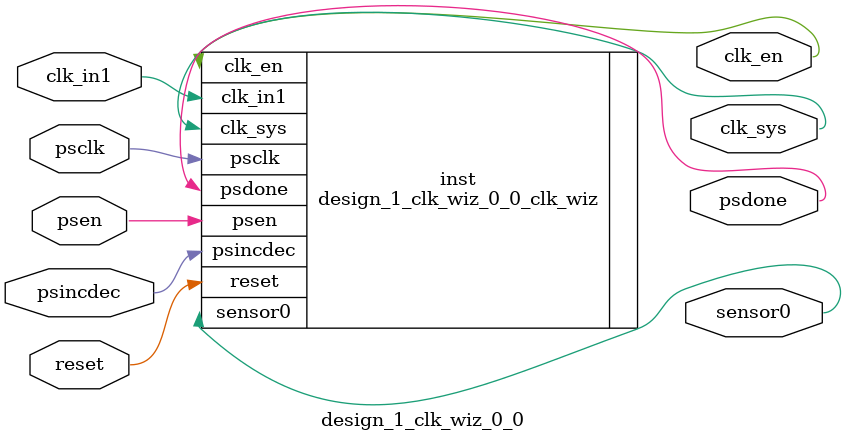
<source format=v>


`timescale 1ps/1ps

(* CORE_GENERATION_INFO = "design_1_clk_wiz_0_0,clk_wiz_v6_0_15_0_0,{component_name=design_1_clk_wiz_0_0,use_phase_alignment=true,use_min_o_jitter=false,use_max_i_jitter=false,use_dyn_phase_shift=true,use_inclk_switchover=false,use_dyn_reconfig=false,enable_axi=0,feedback_source=FDBK_AUTO,PRIMITIVE=MMCM,num_out_clk=3,clkin1_period=10.000,clkin2_period=10.000,use_power_down=false,use_reset=true,use_locked=false,use_inclk_stopped=false,feedback_type=SINGLE,CLOCK_MGR_TYPE=NA,manual_override=false}" *)

module design_1_clk_wiz_0_0 
 (
  // Clock out ports
  output        clk_en,
  output        sensor0,
  output        clk_sys,
  // Dynamic phase shift ports
  input         psclk,
  input         psen,
  input         psincdec,
  output        psdone,
  // Status and control signals
  input         reset,
 // Clock in ports
  input         clk_in1
 );

  design_1_clk_wiz_0_0_clk_wiz inst
  (
  // Clock out ports  
  .clk_en(clk_en),
  .sensor0(sensor0),
  .clk_sys(clk_sys),
  // Dynamic phase shift ports                
  .psclk(psclk),
  .psen(psen),
  .psincdec(psincdec),
  .psdone(psdone),
  // Status and control signals               
  .reset(reset), 
 // Clock in ports
  .clk_in1(clk_in1)
  );

endmodule

</source>
